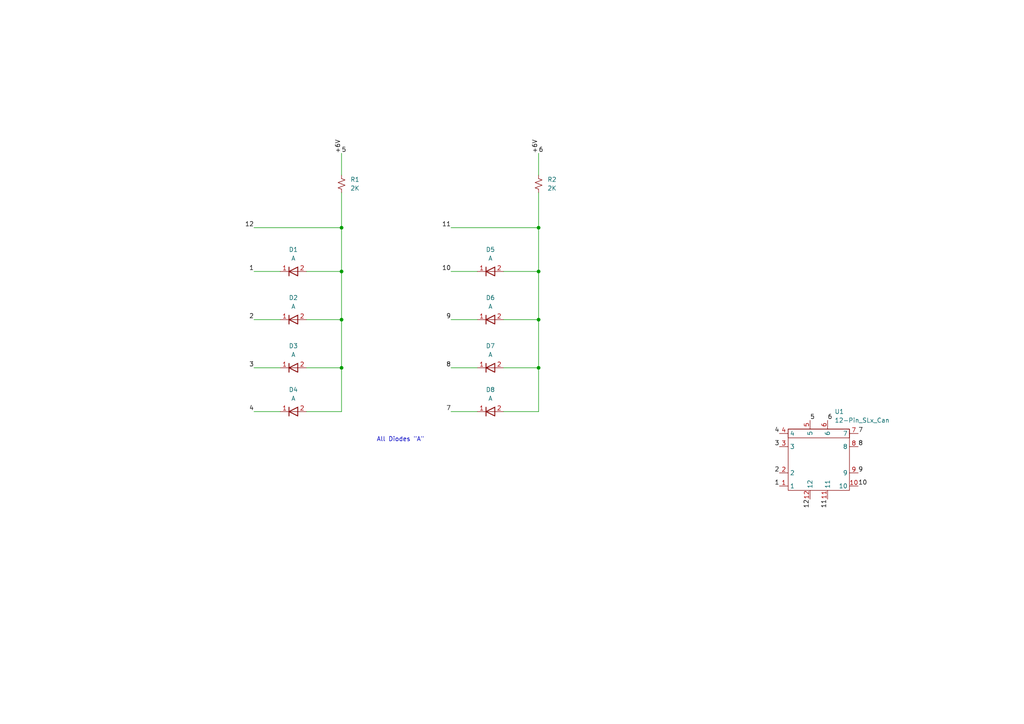
<source format=kicad_sch>
(kicad_sch (version 20211123) (generator eeschema)
  (paper "A4")
  (lib_symbols
    (symbol "Device:R_Small_US" (pin_numbers hide) (pin_names (offset 0.254) hide)
      (property "Reference" "R" (at 0.762 0.508 0))
      (property "Value" "R_Small_US" (at 0.762 -1.016 0))
      (symbol "R_Small_US_1_1"
        (polyline (pts (xy 0 0) (xy 1.016 -0.381) (xy 0 -0.762) (xy -1.016 -1.143) (xy 0 -1.524)))
        (polyline (pts (xy 0 1.524) (xy 1.016 1.143) (xy 0 0.762) (xy -1.016 0.381) (xy 0 0)))
        (pin passive line (at 0 2.54 270) (length 1.016) (name "~") (number "1"))
        (pin passive line (at 0 -2.54 90) (length 1.016) (name "~") (number "2"))
      )
    )
    (symbol "IBM_SLT-SLD:12-Pin_SLx_Can"
      (property "Reference" "U" (at 0 -2.54 0))
      (property "Value" "12-Pin_SLx_Can" (at 0 0 0))
      (symbol "12-Pin_SLx_Can_0_1"
        (rectangle (start -8.89 8.89) (end 8.89 -8.89))
        (rectangle (start -8.89 8.89) (end 8.89 6.35))
      )
      (symbol "12-Pin_SLx_Can_1_1"
        (pin passive line (at -11.43 -7.62 0) (length 2.54) (name "1") (number "1"))
        (pin passive line (at 11.43 -7.62 180) (length 2.54) (name "10") (number "10"))
        (pin passive line (at 2.54 -11.43 90) (length 2.54) (name "11") (number "11"))
        (pin passive line (at -2.54 -11.43 90) (length 2.54) (name "12") (number "12"))
        (pin passive line (at -11.43 -3.81 0) (length 2.54) (name "2") (number "2"))
        (pin passive line (at -11.43 3.81 0) (length 2.54) (name "3") (number "3"))
        (pin passive line (at -11.43 7.62 0) (length 2.54) (name "4") (number "4"))
        (pin passive line (at -2.54 11.43 270) (length 2.54) (name "5") (number "5"))
        (pin passive line (at 2.54 11.43 270) (length 2.54) (name "6") (number "6"))
        (pin passive line (at 11.43 7.62 180) (length 2.54) (name "7") (number "7"))
        (pin passive line (at 11.43 3.81 180) (length 2.54) (name "8") (number "8"))
        (pin passive line (at 11.43 -3.81 180) (length 2.54) (name "9") (number "9"))
      )
    )
    (symbol "IBM_SLT-SLD:IBM_Diode"
      (property "Reference" "D" (at 0 5.08 0))
      (property "Value" "IBM_Diode" (at 0 2.54 0))
      (symbol "IBM_Diode_0_1"
        (polyline (pts (xy -1.27 1.27) (xy -1.27 -1.27)) (stroke (width 0.254)))
        (polyline (pts (xy 1.27 0) (xy -1.27 0)))
        (polyline (pts (xy 1.27 1.27) (xy 1.27 -1.27) (xy -1.27 0) (xy 1.27 1.27)) (stroke (width 0.254)))
      )
      (symbol "IBM_Diode_1_1"
        (pin passive line (at -3.81 0 0) (length 2.54) (name "K") (number "1"))
        (pin passive line (at 3.81 0 180) (length 2.54) (name "A") (number "2"))
      )
    )
  )
  (junction (at 156.21 106.68))
  (junction (at 99.06 92.71))
  (junction (at 99.06 66.04))
  (junction (at 156.21 66.04))
  (junction (at 99.06 78.74))
  (junction (at 156.21 92.71))
  (junction (at 156.21 78.74))
  (junction (at 99.06 106.68))
  (wire (pts (xy 156.21 44.45) (xy 156.21 50.8)))
  (wire (pts (xy 146.05 92.71) (xy 156.21 92.71)))
  (wire (pts (xy 88.9 119.38) (xy 99.06 119.38)))
  (wire (pts (xy 73.66 92.71) (xy 81.28 92.71)))
  (wire (pts (xy 99.06 106.68) (xy 99.06 119.38)))
  (wire (pts (xy 156.21 106.68) (xy 156.21 119.38)))
  (wire (pts (xy 130.81 66.04) (xy 156.21 66.04)))
  (wire (pts (xy 99.06 92.71) (xy 99.06 106.68)))
  (wire (pts (xy 73.66 106.68) (xy 81.28 106.68)))
  (wire (pts (xy 130.81 78.74) (xy 138.43 78.74)))
  (wire (pts (xy 88.9 106.68) (xy 99.06 106.68)))
  (wire (pts (xy 156.21 92.71) (xy 156.21 78.74)))
  (wire (pts (xy 156.21 78.74) (xy 156.21 66.04)))
  (wire (pts (xy 146.05 78.74) (xy 156.21 78.74)))
  (wire (pts (xy 146.05 106.68) (xy 156.21 106.68)))
  (wire (pts (xy 73.66 78.74) (xy 81.28 78.74)))
  (wire (pts (xy 88.9 78.74) (xy 99.06 78.74)))
  (wire (pts (xy 99.06 66.04) (xy 99.06 55.88)))
  (wire (pts (xy 99.06 78.74) (xy 99.06 66.04)))
  (wire (pts (xy 73.66 66.04) (xy 99.06 66.04)))
  (wire (pts (xy 146.05 119.38) (xy 156.21 119.38)))
  (wire (pts (xy 130.81 119.38) (xy 138.43 119.38)))
  (wire (pts (xy 99.06 44.45) (xy 99.06 50.8)))
  (wire (pts (xy 156.21 92.71) (xy 156.21 106.68)))
  (wire (pts (xy 130.81 92.71) (xy 138.43 92.71)))
  (wire (pts (xy 99.06 92.71) (xy 99.06 78.74)))
  (wire (pts (xy 88.9 92.71) (xy 99.06 92.71)))
  (wire (pts (xy 130.81 106.68) (xy 138.43 106.68)))
  (wire (pts (xy 156.21 66.04) (xy 156.21 55.88)))
  (wire (pts (xy 73.66 119.38) (xy 81.28 119.38)))
  (text "All Diodes \"A\"" (at 109.22 128.27 0) (effects (font (size 1.27 1.27)) (justify left bottom)))
  (label "8" (at 130.81 106.68 180))
  (label "9" (at 248.92 137.16 0))
  (label "7" (at 248.92 125.73 0))
  (label "5" (at 99.06 44.45 0))
  (label "+6V" (at 99.06 44.45 90))
  (label "5" (at 234.95 121.92 0))
  (label "11" (at 240.03 144.78 270))
  (label "7" (at 130.81 119.38 180))
  (label "12" (at 73.66 66.04 180))
  (label "2" (at 73.66 92.71 180))
  (label "6" (at 156.21 44.45 0))
  (label "4" (at 226.06 125.73 180))
  (label "10" (at 248.92 140.97 0))
  (label "11" (at 130.81 66.04 180))
  (label "3" (at 226.06 129.54 180))
  (label "+6V" (at 156.21 44.45 90))
  (label "8" (at 248.92 129.54 0))
  (label "1" (at 226.06 140.97 180))
  (label "1" (at 73.66 78.74 180))
  (label "12" (at 234.95 144.78 270))
  (label "4" (at 73.66 119.38 180))
  (label "10" (at 130.81 78.74 180))
  (label "3" (at 73.66 106.68 180))
  (label "2" (at 226.06 137.16 180))
  (label "9" (at 130.81 92.71 180))
  (label "6" (at 240.03 121.92 0))
  (symbol (lib_id "IBM_SLT-SLD:IBM_Diode") (at 142.24 92.71 0) (unit 1)
    (property "Reference" "D6" (at 142.24 86.36 0))
    (property "Value" "A" (at 142.24 88.9 0))
    (property "Footprint" "Diode_SMD:D_0201_0603Metric" (effects hide))
  )
  (symbol (lib_id "IBM_SLT-SLD:IBM_Diode") (at 142.24 78.74 0) (unit 1)
    (property "Reference" "D5" (at 142.24 72.39 0))
    (property "Value" "A" (at 142.24 74.93 0))
    (property "Footprint" "Diode_SMD:D_0201_0603Metric" (effects hide))
  )
  (symbol (lib_id "Device:R_Small_US") (at 99.06 53.34 0) (unit 1)
    (property "Reference" "R1" (at 101.6 52.0699 0) (effects (justify left)))
    (property "Value" "2K" (at 101.6 54.6099 0) (effects (justify left)))
    (property "Footprint" "Resistor_SMD:R_0201_0603Metric" (effects hide))
  )
  (symbol (lib_id "IBM_SLT-SLD:IBM_Diode") (at 142.24 119.38 0) (unit 1)
    (property "Reference" "D8" (at 142.24 113.03 0))
    (property "Value" "A" (at 142.24 115.57 0))
    (property "Footprint" "Diode_SMD:D_0201_0603Metric" (effects hide))
  )
  (symbol (lib_id "IBM_SLT-SLD:IBM_Diode") (at 85.09 119.38 0) (unit 1)
    (property "Reference" "D4" (at 85.09 113.03 0))
    (property "Value" "A" (at 85.09 115.57 0))
    (property "Footprint" "Diode_SMD:D_0201_0603Metric" (effects hide))
  )
  (symbol (lib_id "IBM_SLT-SLD:12-Pin_SLx_Can") (at 237.49 133.35 0) (unit 1)
    (property "Reference" "U1" (at 242.0494 119.38 0) (effects (justify left)))
    (property "Value" "12-Pin_SLx_Can" (at 242.0494 121.92 0) (effects (justify left)))
    (property "Footprint" "IBM_SLT-SLD:12-Pin_SLx_Can" (effects hide))
  )
  (symbol (lib_id "IBM_SLT-SLD:IBM_Diode") (at 85.09 78.74 0) (unit 1)
    (property "Reference" "D1" (at 85.09 72.39 0))
    (property "Value" "A" (at 85.09 74.93 0))
    (property "Footprint" "Diode_SMD:D_0201_0603Metric" (effects hide))
  )
  (symbol (lib_id "IBM_SLT-SLD:IBM_Diode") (at 142.24 106.68 0) (unit 1)
    (property "Reference" "D7" (at 142.24 100.33 0))
    (property "Value" "A" (at 142.24 102.87 0))
    (property "Footprint" "Diode_SMD:D_0201_0603Metric" (effects hide))
  )
  (symbol (lib_id "IBM_SLT-SLD:IBM_Diode") (at 85.09 92.71 0) (unit 1)
    (property "Reference" "D2" (at 85.09 86.36 0))
    (property "Value" "A" (at 85.09 88.9 0))
    (property "Footprint" "Diode_SMD:D_0201_0603Metric" (effects hide))
  )
  (symbol (lib_id "IBM_SLT-SLD:IBM_Diode") (at 85.09 106.68 0) (unit 1)
    (property "Reference" "D3" (at 85.09 100.33 0))
    (property "Value" "A" (at 85.09 102.87 0))
    (property "Footprint" "Diode_SMD:D_0201_0603Metric" (effects hide))
  )
  (symbol (lib_id "Device:R_Small_US") (at 156.21 53.34 0) (unit 1)
    (property "Reference" "R2" (at 158.75 52.0699 0) (effects (justify left)))
    (property "Value" "2K" (at 158.75 54.6099 0) (effects (justify left)))
    (property "Footprint" "Resistor_SMD:R_0201_0603Metric" (effects hide))
  )
)
</source>
